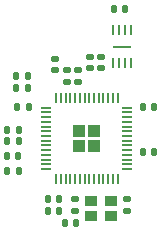
<source format=gbr>
%TF.GenerationSoftware,KiCad,Pcbnew,5.99.0-unknown-a208dac8d8~131~ubuntu20.04.1*%
%TF.CreationDate,2021-09-06T21:34:53-05:00*%
%TF.ProjectId,minimum,6d696e69-6d75-46d2-9e6b-696361645f70,rev?*%
%TF.SameCoordinates,Original*%
%TF.FileFunction,Paste,Bot*%
%TF.FilePolarity,Positive*%
%FSLAX46Y46*%
G04 Gerber Fmt 4.6, Leading zero omitted, Abs format (unit mm)*
G04 Created by KiCad (PCBNEW 5.99.0-unknown-a208dac8d8~131~ubuntu20.04.1) date 2021-09-06 21:34:53*
%MOMM*%
%LPD*%
G01*
G04 APERTURE LIST*
G04 Aperture macros list*
%AMRoundRect*
0 Rectangle with rounded corners*
0 $1 Rounding radius*
0 $2 $3 $4 $5 $6 $7 $8 $9 X,Y pos of 4 corners*
0 Add a 4 corners polygon primitive as box body*
4,1,4,$2,$3,$4,$5,$6,$7,$8,$9,$2,$3,0*
0 Add four circle primitives for the rounded corners*
1,1,$1+$1,$2,$3*
1,1,$1+$1,$4,$5*
1,1,$1+$1,$6,$7*
1,1,$1+$1,$8,$9*
0 Add four rect primitives between the rounded corners*
20,1,$1+$1,$2,$3,$4,$5,0*
20,1,$1+$1,$4,$5,$6,$7,0*
20,1,$1+$1,$6,$7,$8,$9,0*
20,1,$1+$1,$8,$9,$2,$3,0*%
G04 Aperture macros list end*
%ADD10RoundRect,0.250000X0.292217X0.292217X-0.292217X0.292217X-0.292217X-0.292217X0.292217X-0.292217X0*%
%ADD11RoundRect,0.050000X0.387500X0.050000X-0.387500X0.050000X-0.387500X-0.050000X0.387500X-0.050000X0*%
%ADD12RoundRect,0.050000X0.050000X0.387500X-0.050000X0.387500X-0.050000X-0.387500X0.050000X-0.387500X0*%
%ADD13RoundRect,0.140000X-0.140000X-0.170000X0.140000X-0.170000X0.140000X0.170000X-0.140000X0.170000X0*%
%ADD14RoundRect,0.140000X0.140000X0.170000X-0.140000X0.170000X-0.140000X-0.170000X0.140000X-0.170000X0*%
%ADD15RoundRect,0.135000X0.135000X0.185000X-0.135000X0.185000X-0.135000X-0.185000X0.135000X-0.185000X0*%
%ADD16RoundRect,0.140000X0.170000X-0.140000X0.170000X0.140000X-0.170000X0.140000X-0.170000X-0.140000X0*%
%ADD17RoundRect,0.135000X-0.185000X0.135000X-0.185000X-0.135000X0.185000X-0.135000X0.185000X0.135000X0*%
%ADD18RoundRect,0.140000X-0.170000X0.140000X-0.170000X-0.140000X0.170000X-0.140000X0.170000X0.140000X0*%
%ADD19RoundRect,0.135000X0.185000X-0.135000X0.185000X0.135000X-0.185000X0.135000X-0.185000X-0.135000X0*%
%ADD20R,0.254000X0.812800*%
%ADD21R,1.600200X0.203200*%
%ADD22R,1.000000X0.900000*%
G04 APERTURE END LIST*
D10*
%TO.C,U1*%
X99362500Y-70612500D03*
X100637500Y-71887500D03*
X100637500Y-70612500D03*
X99362500Y-71887500D03*
D11*
X103437500Y-68650000D03*
X103437500Y-69050000D03*
X103437500Y-69450000D03*
X103437500Y-69850000D03*
X103437500Y-70250000D03*
X103437500Y-70650000D03*
X103437500Y-71050000D03*
X103437500Y-71450000D03*
X103437500Y-71850000D03*
X103437500Y-72250000D03*
X103437500Y-72650000D03*
X103437500Y-73050000D03*
X103437500Y-73450000D03*
X103437500Y-73850000D03*
D12*
X102600000Y-74687500D03*
X102200000Y-74687500D03*
X101800000Y-74687500D03*
X101400000Y-74687500D03*
X101000000Y-74687500D03*
X100600000Y-74687500D03*
X100200000Y-74687500D03*
X99800000Y-74687500D03*
X99400000Y-74687500D03*
X99000000Y-74687500D03*
X98600000Y-74687500D03*
X98200000Y-74687500D03*
X97800000Y-74687500D03*
X97400000Y-74687500D03*
D11*
X96562500Y-73850000D03*
X96562500Y-73450000D03*
X96562500Y-73050000D03*
X96562500Y-72650000D03*
X96562500Y-72250000D03*
X96562500Y-71850000D03*
X96562500Y-71450000D03*
X96562500Y-71050000D03*
X96562500Y-70650000D03*
X96562500Y-70250000D03*
X96562500Y-69850000D03*
X96562500Y-69450000D03*
X96562500Y-69050000D03*
X96562500Y-68650000D03*
D12*
X97400000Y-67812500D03*
X97800000Y-67812500D03*
X98200000Y-67812500D03*
X98600000Y-67812500D03*
X99000000Y-67812500D03*
X99400000Y-67812500D03*
X99800000Y-67812500D03*
X100200000Y-67812500D03*
X100600000Y-67812500D03*
X101000000Y-67812500D03*
X101400000Y-67812500D03*
X101800000Y-67812500D03*
X102200000Y-67812500D03*
X102600000Y-67812500D03*
%TD*%
D13*
%TO.C,C15*%
X98120000Y-78400000D03*
X99080000Y-78400000D03*
%TD*%
D14*
%TO.C,C7*%
X94980000Y-67000000D03*
X94020000Y-67000000D03*
%TD*%
%TO.C,C10*%
X94980000Y-66000000D03*
X94020000Y-66000000D03*
%TD*%
D15*
%TO.C,R10*%
X94290000Y-74030000D03*
X93270000Y-74030000D03*
%TD*%
D16*
%TO.C,C11*%
X97300000Y-65500000D03*
X97300000Y-64540000D03*
%TD*%
D17*
%TO.C,R1*%
X99290000Y-65490000D03*
X99290000Y-66510000D03*
%TD*%
D18*
%TO.C,C14*%
X103400000Y-76400000D03*
X103400000Y-77360000D03*
%TD*%
D14*
%TO.C,C1*%
X95080000Y-68600000D03*
X94120000Y-68600000D03*
%TD*%
D19*
%TO.C,R5*%
X99010000Y-77440000D03*
X99010000Y-76420000D03*
%TD*%
D20*
%TO.C,U3*%
X102249999Y-62101600D03*
X102750000Y-62101600D03*
X103250000Y-62101600D03*
X103750001Y-62101600D03*
X103750001Y-64898400D03*
X103250000Y-64898400D03*
X102750000Y-64898400D03*
X102249999Y-64898400D03*
D21*
X103000000Y-63500000D03*
%TD*%
D16*
%TO.C,C12*%
X101230000Y-65320000D03*
X101230000Y-64360000D03*
%TD*%
D14*
%TO.C,C2*%
X94210000Y-72750000D03*
X93250000Y-72750000D03*
%TD*%
D13*
%TO.C,C3*%
X104720000Y-68600000D03*
X105680000Y-68600000D03*
%TD*%
%TO.C,C4*%
X104720000Y-72400000D03*
X105680000Y-72400000D03*
%TD*%
D19*
%TO.C,R2*%
X98290000Y-66510000D03*
X98290000Y-65490000D03*
%TD*%
D14*
%TO.C,C13*%
X97680000Y-76400000D03*
X96720000Y-76400000D03*
%TD*%
D13*
%TO.C,C16*%
X102290000Y-60280000D03*
X103250000Y-60280000D03*
%TD*%
D15*
%TO.C,R9*%
X94290000Y-70510000D03*
X93270000Y-70510000D03*
%TD*%
D22*
%TO.C,Y1*%
X100375000Y-76587500D03*
X102025000Y-76587500D03*
X102025000Y-77812500D03*
X100375000Y-77812500D03*
%TD*%
D16*
%TO.C,C6*%
X100270000Y-65320000D03*
X100270000Y-64360000D03*
%TD*%
D14*
%TO.C,C5*%
X97680000Y-77400000D03*
X96720000Y-77400000D03*
%TD*%
D15*
%TO.C,R8*%
X94290000Y-71470000D03*
X93270000Y-71470000D03*
%TD*%
M02*

</source>
